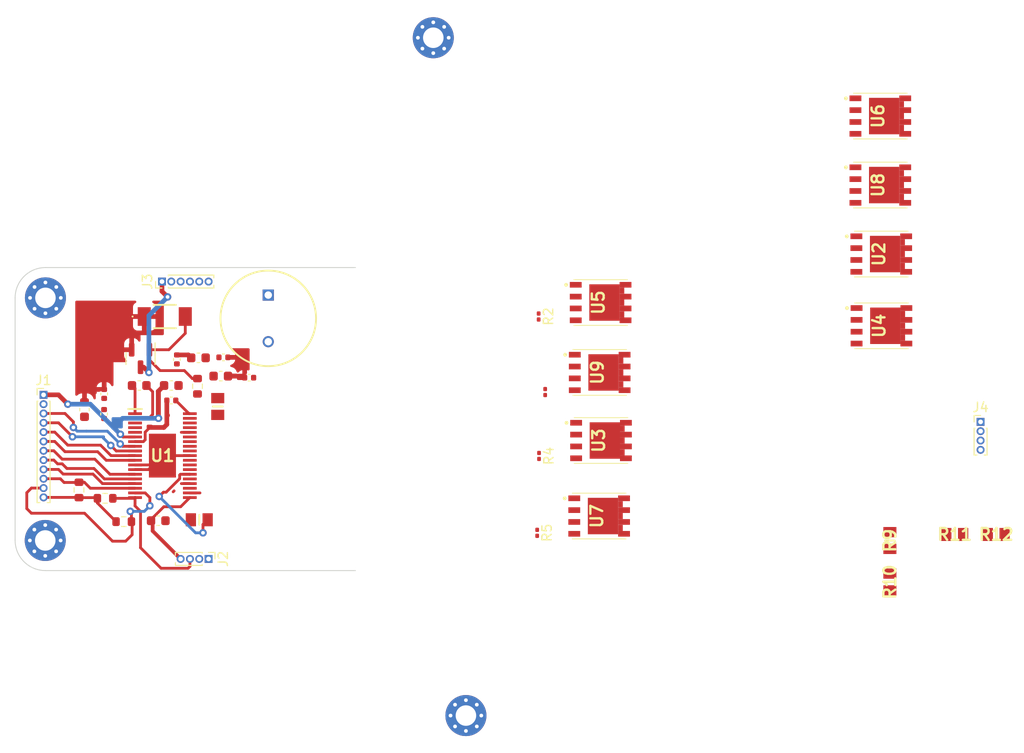
<source format=kicad_pcb>
(kicad_pcb (version 20211014) (generator pcbnew)
  (layers (0 "F.Cu" signal) (31 "B.Cu" signal) (34 "B.Paste" user) (35 "F.Paste" user) (36 "B.SilkS" user "B.Silkscreen") (37 "F.SilkS" user "F.Silkscreen") (38 "B.Mask" user) (39 "F.Mask" user) (44 "Edge.Cuts" user))
  (net 0 "")
  (net 1 "VM")
  (net 2 "+5V")
  (net 3 "BEMF")
  (net 4 "VCP")
  (net 5 "VINT")
  (net 6 "CPI")
  (net 7 "CP2")
  (net 8 "IOREF")
  (net 9 "STEP")
  (net 10 "DIR")
  (net 11 "SDATO")
  (net 12 "SDATI")
  (net 13 "SCLK")
  (net 14 "SCS")
  (net 15 "SLEEPn")
  (net 16 "RESET")
  (net 17 "FAULTn")
  (net 20 "STALLn")
  (net 21 "Net-(Q1-Pad1)")
  (net 22 "VIN")
  (net 23 "A1HS")
  (net 24 "AOUT1")
  (net 25 "A1LS")
  (net 26 "AISENP")
  (net 27 "B1HS")
  (net 28 "BOUT1")
  (net 29 "B1LS")
  (net 30 "BISENP")
  (net 31 "A2HS")
  (net 32 "AOUT2")
  (net 33 "A2LS")
  (net 34 "B2HS")
  (net 35 "BOUT2")
  (net 36 "B2LS")
  (net 37 "Net-(R2-Pad1)")
  (net 38 "Net-(R3-Pad1)")
  (net 39 "Net-(R4-Pad1)")
  (net 40 "Net-(R5-Pad1)")
  (net 41 "BISENN")
  (net 42 "GND")
  (net 43 "AISENN")
  (footprint "Resistor_SMD:R_0201_0603Metric" (layer "F.Cu") (at 183.1 93.6 -90)
    (fp_text reference "R3")
    (fp_text value "47.5")
  )
  (footprint "Moshte:FDMS86500L" (layer "F.Cu") (at 188.642 106.9 -90)
    (fp_text reference "U7")
    (fp_text value "FDMS86500DC" hide)
  )
  (footprint "Resistor_SMD:R_0201_0603Metric" (layer "F.Cu") (at 182.442 100.455 -90)
    (fp_text reference "R4")
    (fp_text value "47.5")
  )
  (footprint "MountingHole:MountingHole_2.2mm_M2_Pad_Via" (layer "F.Cu") (at 129.5 83.5)
    (fp_text reference "H1")
    (fp_text value "MH")
  )
  (footprint "Resistor_SMD:R_0201_0603Metric" (layer "F.Cu") (at 182.4 85.5 -90)
    (fp_text reference "R2")
    (fp_text value "47.5")
  )
  (footprint "Package_TO_SOT_SMD:SOT-23" (layer "F.Cu") (at 139.7 90 -90)
    (fp_text reference "Q1")
    (fp_text value "AO3401A")
  )
  (footprint "Capacitor_SMD:C_0402_1005Metric" (layer "F.Cu") (at 143.6 90.1 -90)
    (fp_text reference "C8")
    (fp_text value "47u")
  )
  (footprint "Resistor_SMD:R_0603_1608Metric" (layer "F.Cu") (at 145.81 92.98 -90)
    (fp_text reference "R1")
    (fp_text value "100k")
  )
  (footprint "Capacitor_SMD:C_0402_1005Metric" (layer "F.Cu") (at 135.8 93.8 90)
    (fp_text reference "C4")
    (fp_text value "1u")
  )
  (footprint "Moshte:FDMS86500L" (layer "F.Cu") (at 188.842 98.8 -90)
    (fp_text reference "U3")
    (fp_text value "FDMS86500DC" hide)
  )
  (footprint "Moshte:FDMS86500L" (layer "F.Cu") (at 188.7 91.5 -90)
    (fp_text reference "U9")
    (fp_text value "FDMS86500DC" hide)
  )
  (footprint "Moshte:FDMS86500L" (layer "F.Cu") (at 188.8 84 -90)
    (fp_text reference "U5")
    (fp_text value "FDMS86500DC" hide)
  )
  (footprint "Capacitor_SMD:C_0603_1608Metric" (layer "F.Cu") (at 143 92.9)
    (fp_text reference "C2")
    (fp_text value "0.1u")
  )
  (footprint "Capacitor_SMD:C_0603_1608Metric" (layer "F.Cu") (at 145.91 89.93)
    (fp_text reference "C13")
    (fp_text value "0u1")
  )
  (footprint "Resistor_SMD:R_0603_1608Metric" (layer "F.Cu") (at 137.9 107.5 180)
    (fp_text reference "R7")
    (fp_text value "10k")
  )
  (footprint "MountingHole:MountingHole_2.2mm_M2_Pad_Via" (layer "F.Cu") (at 174.6 128.3)
    (fp_text reference "H2")
    (fp_text value "MH")
  )
  (footprint "Capacitor_SMD:C_0402_1005Metric" (layer "F.Cu") (at 148.59 89.88 180)
    (fp_text reference "C10")
    (fp_text value "47u")
  )
  (footprint "Capacitor_SMD:C_0603_1608Metric" (layer "F.Cu") (at 141.6 107.4)
    (fp_text reference "C3")
    (fp_text value "1n")
  )
  (footprint "Capacitor_SMD:C_0603_1608Metric" (layer "F.Cu") (at 148.31 91.89 180)
    (fp_text reference "C11")
    (fp_text value "0u1")
  )
  (footprint "Connector_PinHeader_1.00mm:PinHeader_1x04_P1.00mm_Vertical" (layer "F.Cu") (at 229.8 96.8)
    (fp_text reference "J4")
    (fp_text value "Conn_01x04")
  )
  (footprint "Moshte:RESC2012X65N" (layer "F.Cu") (at 146 107.3)
    (fp_text reference "R10")
    (fp_text value "0.03" hide)
  )
  (footprint "Moshte:FDMS86500L" (layer "F.Cu") (at 218.8 71.4 -90)
    (fp_text reference "U8")
    (fp_text value "FDMS86500DC" hide)
  )
  (footprint "Moshte:RESC2012X65N" (layer "F.Cu") (at 220.072 109.525 90)
    (fp_text reference "R9")
    (fp_text value "0.03" hide)
  )
  (footprint "Capacitor_SMD:C_0402_1005Metric" (layer "F.Cu") (at 135.79 95.96 -90)
    (fp_text reference "C6")
    (fp_text value "100u")
  )
  (footprint "Moshte:PDZVTR16B" (layer "F.Cu") (at 142.3 85.5 90)
    (fp_text reference "Z1")
    (fp_text value "PDZVTR16B" hide)
  )
  (footprint "Moshte:RESC2012X65N" (layer "F.Cu") (at 147.98 95.15 -90)
    (fp_text reference "R9")
    (fp_text value "0.03" hide)
  )
  (footprint "Resistor_SMD:R_0603_1608Metric" (layer "F.Cu") (at 135.9 105 180)
    (fp_text reference "R8")
    (fp_text value "10k")
  )
  (footprint "Connector_PinHeader_1.00mm:PinHeader_1x12_P1.00mm_Vertical" (layer "F.Cu") (at 129.3 93.9)
    (fp_text reference "J1")
    (fp_text value "Conn_01x12")
  )
  (footprint "Capacitor_SMD:C_0402_1005Metric" (layer "F.Cu") (at 143 94.5)
    (fp_text reference "C9")
    (fp_text value "1u")
  )
  (footprint "MountingHole:MountingHole_2.2mm_M2_Pad_Via" (layer "F.Cu") (at 129.48 109.52)
    (fp_text reference "H4")
    (fp_text value "MH")
  )
  (footprint "Resistor_SMD:R_0201_0603Metric" (layer "F.Cu") (at 182.242 108.7 -90)
    (fp_text reference "R5")
    (fp_text value "47.5")
  )
  (footprint "MountingHole:MountingHole_2.2mm_M2_Pad_Via" (layer "F.Cu") (at 171.1 55.6)
    (fp_text reference "H3")
    (fp_text value "MH")
  )
  (footprint "Moshte:FDMS86500L" (layer "F.Cu") (at 218.8 64 -90)
    (fp_text reference "U6")
    (fp_text value "FDMS86500DC" hide)
  )
  (footprint "Resistor_SMD:R_0603_1608Metric" (layer "F.Cu") (at 133.1 104.1 -90)
    (fp_text reference "R6")
    (fp_text value "10k")
  )
  (footprint "Connector_PinHeader_1.00mm:PinHeader_1x06_P1.00mm_Vertical" (layer "F.Cu") (at 142 81.75 90)
    (fp_text reference "J3")
    (fp_text value "Conn_01x06")
  )
  (footprint "Capacitor_SMD:C_0402_1005Metric" (layer "F.Cu") (at 151.35 92.06)
    (fp_text reference "C5")
    (fp_text value "47u")
  )
  (footprint "Moshte:RESC2012X65N" (layer "F.Cu") (at 231.475 108.875)
    (fp_text reference "R12")
    (fp_text value "0" hide)
  )
  (footprint "Capacitor_SMD:C_0603_1608Metric" (layer "F.Cu") (at 139.56 92.9)
    (fp_text reference "C12")
    (fp_text value "0.1u")
  )
  (footprint "Moshte:RESC2012X65N" (layer "F.Cu") (at 227.025 108.875)
    (fp_text reference "R11")
    (fp_text value "0" hide)
  )
  (footprint "Connector_PinHeader_1.00mm:PinHeader_1x04_P1.00mm_Vertical" (layer "F.Cu") (at 147 111.5 -90)
    (fp_text reference "J2")
    (fp_text value "Conn_01x04")
  )
  (footprint "Capacitor_SMD:C_0603_1608Metric" (layer "F.Cu") (at 133.69 95.48 90)
    (fp_text reference "C7")
    (fp_text value "0.01u")
  )
  (footprint "Moshte:FDMS86500L" (layer "F.Cu") (at 218.9 78.8 -90)
    (fp_text reference "U2")
    (fp_text value "FDMS86500DC" hide)
  )
  (footprint "Moshte:RESC2012X65N" (layer "F.Cu") (at 220.072 113.975 90)
    (fp_text reference "R10")
    (fp_text value "0.03" hide)
  )
  (footprint "Moshte:CAPPRD500W60D1025H1400" (layer "F.Cu") (at 153.4 83.2 -90)
    (fp_text reference "C1")
    (fp_text value "100u" hide)
  )
  (footprint "Moshte:SOP50P640X120-39N" (layer "F.Cu") (at 142.05 100.42)
    (fp_text reference "U1")
    (fp_text value "DRV8711" hide)
  )
  (footprint "Moshte:FDMS86500L" (layer "F.Cu") (at 218.922 86.495 -90)
    (fp_text reference "U4")
    (fp_text value "FDMS86500DC" hide)
  )
  (gr_arc (start 126.25 83.5) (mid 127.201903 81.201903) (end 129.5 80.25) (layer "Edge.Cuts") (width 0.1))
  (gr_line (start 162.75 80.25) (end 129.5 80.25) (layer "Edge.Cuts") (width 0.1))
  (gr_line (start 129.5 112.75) (end 162.75 112.75) (layer "Edge.Cuts") (width 0.1))
  (gr_line (start 126.25 109.5) (end 126.25 83.5) (layer "Edge.Cuts") (width 0.1))
  (gr_arc (start 129.5 112.75) (mid 127.201903 111.798097) (end 126.25 109.5) (layer "Edge.Cuts") (width 0.1))
  (segment (start 143.6 89.62) (end 144.825 89.62) (width 0.5) (layer "F.Cu") (net 1))
  (segment (start 150.7 91.89) (end 150.87 92.06) (width 0.5) (layer "F.Cu") (net 1))
  (segment (start 149.085 91.89) (end 150.7 91.89) (width 0.5) (layer "F.Cu") (net 1))
  (segment (start 144.825 89.62) (end 145.135 89.93) (width 0.5) (layer "F.Cu") (net 1))
  (segment (start 142.225 92.9) (end 141.89048 93.23452) (width 0.3) (layer "F.Cu") (net 2))
  (segment (start 139.112 98.42) (end 137.828262 98.42) (width 0.3) (layer "F.Cu") (net 2))
  (segment (start 141.623622 93.548622) (end 141.6 93.525) (width 0.5) (layer "F.Cu") (net 2))
  (segment (start 137.828262 98.42) (end 137.539691 98.131429) (width 0.3) (layer "F.Cu") (net 2))
  (segment (start 141.6 96.24785) (end 141.6 93.525) (width 0.5) (layer "F.Cu") (net 2))
  (segment (start 141.6 93.525) (end 142.225 92.9) (width 0.5) (layer "F.Cu") (net 2))
  (segment (start 130.9 93.9) (end 131.9 94.9) (width 0.5) (layer "F.Cu") (net 2))
  (segment (start 141.623622 96.415748) (end 141.623622 93.548622) (width 0.5) (layer "F.Cu") (net 2))
  (segment (start 129.3 93.9) (end 130.9 93.9) (width 0.5) (layer "F.Cu") (net 2))
  (via (at 131.9 94.9) (size 0.8) (drill 0.4) (layers "F.Cu" "B.Cu") (net 2))
  (via (at 141.623622 96.415748) (size 0.8) (drill 0.4) (layers "F.Cu" "B.Cu") (net 2))
  (via (at 137.539691 98.131429) (size 0.8) (drill 0.4) (layers "F.Cu" "B.Cu") (net 2))
  (segment (start 136.804131 97.395869) (end 137.539691 98.131429) (width 0.5) (layer "B.Cu") (net 2))
  (segment (start 131.9 94.9) (end 134.308262 94.9) (width 0.5) (layer "B.Cu") (net 2))
  (segment (start 136.804131 97.395869) (end 137.030011 97.169989) (width 0.5) (layer "B.Cu") (net 2))
  (segment (start 137.030011 97.169989) (end 137.784252 96.415748) (width 0.5) (layer "B.Cu") (net 2))
  (segment (start 137.784252 96.415748) (end 141.623622 96.415748) (width 0.5) (layer "B.Cu") (net 2))
  (segment (start 134.308262 94.9) (end 136.804131 97.395869) (width 0.5) (layer "B.Cu") (net 2))
  (segment (start 141 108.5) (end 141 107.575) (width 0.4) (layer "F.Cu") (net 3))
  (segment (start 140.825 107.4) (end 140.825 107.275) (width 0.3) (layer "F.Cu") (net 3))
  (segment (start 144.008 105.9) (end 144.988 104.92) (width 0.3) (layer "F.Cu") (net 3))
  (segment (start 142.2 105.9) (end 144.008 105.9) (width 0.3) (layer "F.Cu") (net 3))
  (segment (start 144 111.5) (end 141 108.5) (width 0.4) (layer "F.Cu") (net 3))
  (segment (start 141 107.575) (end 140.825 107.4) (width 0.4) (layer "F.Cu") (net 3))
  (segment (start 140.825 107.275) (end 142.2 105.9) (width 0.3) (layer "F.Cu") (net 3))
  (segment (start 142.52 94.5) (end 142.52 96.02) (width 0.5) (layer "F.Cu") (net 5))
  (segment (start 142.2 97.4) (end 140.7 97.4) (width 0.5) (layer "F.Cu") (net 5))
  (segment (start 142.52 96.02) (end 142.52 97.08) (width 0.5) (layer "F.Cu") (net 5))
  (segment (start 139.112489 98.919511) (end 140 98.919511) (width 0.3) (layer "F.Cu") (net 5))
  (segment (start 140.2 98.719511) (end 140.2 97.9) (width 0.3) (layer "F.Cu") (net 5))
  (segment (start 142.52 97.08) (end 142.2 97.4) (width 0.5) (layer "F.Cu") (net 5))
  (segment (start 139.112 98.92) (end 139.112489 98.919511) (width 0.3) (layer "F.Cu") (net 5))
  (segment (start 140.2 97.9) (end 140.7 97.4) (width 0.3) (layer "F.Cu") (net 5))
  (segment (start 142.52 96.02) (end 142.6 96.1) (width 0.5) (layer "F.Cu") (net 5))
  (segment (start 140 98.919511) (end 140.2 98.719511) (width 0.3) (layer "F.Cu") (net 5))
  (segment (start 138.785 92.9) (end 139.112 93.227) (width 0.3) (layer "F.Cu") (net 6))
  (segment (start 139.112 93.227) (end 139.112 95.92) (width 0.3) (layer "F.Cu") (net 6))
  (segment (start 140.579511 96.420489) (end 139.1 96.420489) (width 0.3) (layer "F.Cu") (net 7))
  (segment (start 140.335 92.9) (end 141 93.565) (width 0.3) (layer "F.Cu") (net 7))
  (segment (start 139.100489 96.42) (end 139.112 96.42) (width 0.3) (layer "F.Cu") (net 7))
  (segment (start 139.1 96.420489) (end 139.100489 96.42) (width 0.3) (layer "F.Cu") (net 7))
  (segment (start 141 96) (end 140.579511 96.420489) (width 0.3) (layer "F.Cu") (net 7))
  (segment (start 141 93.565) (end 141 96) (width 0.3) (layer "F.Cu") (net 7))
  (segment (start 135 104.925) (end 135.075 105) (width 0.3) (layer "F.Cu") (net 8))
  (segment (start 133.075 104.9) (end 133.1 104.925) (width 0.3) (layer "F.Cu") (net 8))
  (segment (start 135.075 105) (end 135.075 105.5) (width 0.3) (layer "F.Cu") (net 8))
  (segment (start 135.075 105.5) (end 137.075 107.5) (width 0.3) (layer "F.Cu") (net 8))
  (segment (start 129.3 104.9) (end 133.075 104.9) (width 0.3) (layer "F.Cu") (net 8))
  (segment (start 133.1 104.925) (end 135 104.925) (width 0.3) (layer "F.Cu") (net 8))
  (segment (start 135.417715 99.3) (end 136.537715 100.42) (width 0.3) (layer "F.Cu") (net 9))
  (segment (start 129.3 97.9) (end 130.5 97.9) (width 0.3) (layer "F.Cu") (net 9))
  (segment (start 131.9 99.3) (end 135.417715 99.3) (width 0.3) (layer "F.Cu") (net 9))
  (segment (start 130.5 97.9) (end 131.9 99.3) (width 0.3) (layer "F.Cu") (net 9))
  (segment (start 136.537715 100.42) (end 139.112 100.42) (width 0.3) (layer "F.Cu") (net 9))
  (segment (start 130.5 98.9) (end 131.6 100) (width 0.3) (layer "F.Cu") (net 10))
  (segment (start 131.6 100) (end 135.1 100) (width 0.3) (layer "F.Cu") (net 10))
  (segment (start 135.1 100) (end 136.02 100.92) (width 0.3) (layer "F.Cu") (net 10))
  (segment (start 129.3 98.9) (end 130.5 98.9) (width 0.3) (layer "F.Cu") (net 10))
  (segment (start 136.02 100.92) (end 139.112 100.92) (width 0.3) (layer "F.Cu") (net 10))
  (segment (start 134.32 103.92) (end 139.112 103.92) (width 0.3) (layer "F.Cu") (net 11))
  (segment (start 129.3 102.9) (end 131.1 102.9) (width 0.3) (layer "F.Cu") (net 11))
  (segment (start 133.675 103.275) (end 134.32 103.92) (width 0.3) (layer "F.Cu") (net 11))
  (segment (start 131.1 102.9) (end 131.5 103.3) (width 0.3) (layer "F.Cu") (net 11))
  (segment (start 133.075 103.3) (end 133.1 103.275) (width 0.3) (layer "F.Cu") (net 11))
  (segment (start 133.1 103.275) (end 133.675 103.275) (width 0.3) (layer "F.Cu") (net 11))
  (segment (start 131.5 103.3) (end 133.075 103.3) (width 0.3) (layer "F.Cu") (net 11))
  (segment (start 135.826427 102.92) (end 139.112 102.92) (width 0.3) (layer "F.Cu") (net 12))
  (segment (start 129.3 100.9) (end 130.4 100.9) (width 0.3) (layer "F.Cu") (net 12))
  (segment (start 131.3 101.3) (end 131.8 101.8) (width 0.3) (layer "F.Cu") (net 12))
  (segment (start 134.706427 101.8) (end 135.826427 102.92) (width 0.3) (layer "F.Cu") (net 12))
  (segment (start 130.4 100.9) (end 130.8 101.3) (width 0.3) (layer "F.Cu") (net 12))
  (segment (start 131.8 101.8) (end 134.706427 101.8) (width 0.3) (layer "F.Cu") (net 12))
  (segment (start 130.8 101.3) (end 131.3 101.3) (width 0.3) (layer "F.Cu") (net 12))
  (segment (start 134.8 100.8) (end 136.42 102.42) (width 0.3) (layer "F.Cu") (net 13))
  (segment (start 136.42 102.42) (end 139.112 102.42) (width 0.3) (layer "F.Cu") (net 13))
  (segment (start 129.3 99.9) (end 130.4 99.9) (width 0.3) (layer "F.Cu") (net 13))
  (segment (start 131.3 100.8) (end 134.8 100.8) (width 0.3) (layer "F.Cu") (net 13))
  (segment (start 130.4 99.9) (end 131.3 100.8) (width 0.3) (layer "F.Cu") (net 13))
  (segment (start 130.9 101.9) (end 131.4 102.4) (width 0.3) (layer "F.Cu") (net 14))
  (segment (start 135.62 103.42) (end 139.112 103.42) (width 0.3) (layer "F.Cu") (net 14))
  (segment (start 131.4 102.4) (end 134.6 102.4) (width 0.3) (layer "F.Cu") (net 14))
  (segment (start 129.3 101.9) (end 130.9 101.9) (width 0.3) (layer "F.Cu") (net 14))
  (segment (start 134.6 102.4) (end 135.62 103.42) (width 0.3) (layer "F.Cu") (net 14))
  (segment (start 137.519297 99.170989) (end 137.768308 99.42) (width 0.3) (layer "F.Cu") (net 15))
  (segment (start 131.6 95.9) (end 132.5 96.8) (width 0.3) (layer "F.Cu") (net 15))
  (segment (start 132.5 96.8) (end 132.5 97.4) (width 0.3) (layer "F.Cu") (net 15))
  (segment (start 137.768308 99.42) (end 139.112 99.42) (width 0.3) (layer "F.Cu") (net 15))
  (segment (start 129.3 95.9) (end 131.6 95.9) (width 0.3) (layer "F.Cu") (net 15))
  (via (at 137.519297 99.170989) (size 0.8) (drill 0.4) (layers "F.Cu" "B.Cu") (net 15))
  (via (at 132.5 97.4) (size 0.8) (drill 0.4) (layers "F.Cu" "B.Cu") (net 15))
  (segment (start 136.148308 97.8) (end 137.519297 99.170989) (width 0.3) (layer "B.Cu") (net 15))
  (segment (start 132.9 97.8) (end 133.9 97.8) (width 0.3) (layer "B.Cu") (net 15))
  (segment (start 132.5 97.4) (end 132.9 97.8) (width 0.3) (layer "B.Cu") (net 15))
  (segment (start 133.9 97.8) (end 136.148308 97.8) (width 0.3) (layer "B.Cu") (net 15))
  (segment (start 137.099128 99.920489) (end 139.7 99.920489) (width 0.3) (layer "F.Cu") (net 16))
  (segment (start 139.7 99.920489) (end 139.699511 99.92) (width 0.3) (layer "F.Cu") (net 16))
  (segment (start 139.699511 99.92) (end 139.112 99.92) (width 0.3) (layer "F.Cu") (net 16))
  (segment (start 130.9 96.9) (end 132.4 98.4) (width 0.3) (layer "F.Cu") (net 16))
  (segment (start 136.507029 99.32839) (end 137.099128 99.920489) (width 0.3) (layer "F.Cu") (net 16))
  (segment (start 129.3 96.9) (end 130.9 96.9) (width 0.3) (layer "F.Cu") (net 16))
  (via (at 132.4 98.4) (size 0.8) (drill 0.4) (layers "F.Cu" "B.Cu") (net 16))
  (via (at 136.507029 99.32839) (size 0.8) (drill 0.4) (layers "F.Cu" "B.Cu") (net 16))
  (segment (start 135.7295 98.550861) (end 136.507029 99.32839) (width 0.3) (layer "B.Cu") (net 16))
  (segment (start 135.7295 98.4) (end 135.7295 98.550861) (width 0.3) (layer "B.Cu") (net 16))
  (segment (start 132.4 98.4) (end 135.7295 98.4) (width 0.3) (layer "B.Cu") (net 16))
  (segment (start 133.7 106.6) (end 136.7 109.6) (width 0.3) (layer "F.Cu") (net 17))
  (segment (start 138.1 109.6) (end 138.8 108.9) (width 0.3) (layer "F.Cu") (net 17))
  (segment (start 138.8 108.9) (end 138.8 107.575) (width 0.3) (layer "F.Cu") (net 17))
  (segment (start 127.5 106.1) (end 128 106.6) (width 0.3) (layer "F.Cu") (net 17))
  (segment (start 138.725 106.525) (end 138.6 106.4) (width 0.3) (layer "F.Cu") (net 17))
  (segment (start 140.7 104.921478) (end 140.199011 104.420489) (width 0.3) (layer "F.Cu") (net 17))
  (segment (start 136.7 109.6) (end 138.1 109.6) (width 0.3) (layer "F.Cu") (net 17))
  (segment (start 138.725 107.5) (end 138.725 106.525) (width 0.3) (layer "F.Cu") (net 17))
  (segment (start 140.199011 104.420489) (end 139.112489 104.420489) (width 0.3) (layer "F.Cu") (net 17))
  (segment (start 138.8 107.575) (end 138.725 107.5) (width 0.3) (layer "F.Cu") (net 17))
  (segment (start 127.5 104.4) (end 127.5 106.1) (width 0.3) (layer "F.Cu") (net 17))
  (segment (start 128 106.6) (end 133.7 106.6) (width 0.3) (layer "F.Cu") (net 17))
  (segment (start 139.112489 104.420489) (end 139.112 104.42) (width 0.3) (layer "F.Cu") (net 17))
  (segment (start 128 103.9) (end 127.5 104.4) (width 0.3) (layer "F.Cu") (net 17))
  (segment (start 129.3 103.9) (end 128 103.9) (width 0.3) (layer "F.Cu") (net 17))
  (segment (start 140.7 105.8) (end 140.7 104.921478) (width 0.3) (layer "F.Cu") (net 17))
  (via (at 140.7 105.8) (size 0.8) (drill 0.4) (layers "F.Cu" "B.Cu") (net 17))
  (via (at 138.6 106.4) (size 0.8) (drill 0.4) (layers "F.Cu" "B.Cu") (net 17))
  (segment (start 138.6 106.4) (end 140.1 106.4) (width 0.3) (layer "B.Cu") (net 17))
  (segment (start 140.1 106.4) (end 140.7 105.8) (width 0.3) (layer "B.Cu") (net 17))
  (segment (start 139.032 105) (end 139.112 104.92) (width 0.3) (layer "F.Cu") (net 20))
  (segment (start 141.9 112.5) (end 144.8 112.5) (width 0.3) (layer "F.Cu") (net 20))
  (segment (start 145 112.3) (end 145 111.5) (width 0.3) (layer "F.Cu") (net 20))
  (segment (start 139.112 105.812) (end 139.7 106.4) (width 0.3) (layer "F.Cu") (net 20))
  (segment (start 144.8 112.5) (end 145 112.3) (width 0.3) (layer "F.Cu") (net 20))
  (segment (start 139.7 110.3) (end 141.9 112.5) (width 0.3) (layer "F.Cu") (net 20))
  (segment (start 139.7 106.4) (end 139.7 110.3) (width 0.3) (layer "F.Cu") (net 20))
  (segment (start 136.725 105) (end 139.032 105) (width 0.3) (layer "F.Cu") (net 20))
  (segment (start 139.112 104.92) (end 139.112 105.812) (width 0.3) (layer "F.Cu") (net 20))
  (segment (start 144.4 91.3) (end 141.8 91.3) (width 0.3) (layer "F.Cu") (net 21))
  (segment (start 145.255 92.155) (end 144.4 91.3) (width 0.3) (layer "F.Cu") (net 21))
  (segment (start 140.65 90.15) (end 140.65 89.0625) (width 0.3) (layer "F.Cu") (net 21))
  (segment (start 144.5 87.3) (end 142.7375 89.0625) (width 0.3) (layer "F.Cu") (net 21))
  (segment (start 145.81 92.155) (end 145.255 92.155) (width 0.3) (layer "F.Cu") (net 21))
  (segment (start 141.8 91.3) (end 140.65 90.15) (width 0.3) (layer "F.Cu") (net 21))
  (segment (start 142.7375 89.0625) (end 140.65 89.0625) (width 0.3) (layer "F.Cu") (net 21))
  (segment (start 144.5 85.5) (end 144.5 87.3) (width 0.3) (layer "F.Cu") (net 21))
  (segment (start 139.7 90.9375) (end 140.0375 90.9375) (width 0.5) (layer "F.Cu") (net 22))
  (segment (start 142 82.8) (end 142 81.75) (width 0.5) (layer "F.Cu") (net 22))
  (segment (start 140.0375 90.9375) (end 140.6 91.5) (width 0.5) (layer "F.Cu") (net 22))
  (segment (start 142.6 83.4) (end 142 82.8) (width 0.5) (layer "F.Cu") (net 22))
  (via (at 140.6 91.5) (size 0.8) (drill 0.4) (layers "F.Cu" "B.Cu") (net 22))
  (via (at 142.6 83.4) (size 0.8) (drill 0.4) (layers "F.Cu" "B.Cu") (net 22))
  (segment (start 140.6 85.4) (end 142.6 83.4) (width 0.5) (layer "B.Cu") (net 22))
  (segment (start 140.6 91.5) (end 140.6 85.4) (width 0.5) (layer "B.Cu") (net 22))
  (segment (start 144.988 97.92) (end 144.07045 97.92) (width 0.3) (layer "F.Cu") (net 26))
  (segment (start 148.132265 95.897735) (end 147.98 96.05) (width 0.3) (layer "F.Cu") (net 26))
  (segment (start 143.846786 102.946787) (end 142.450489 104.343084) (width 0.3) (layer "F.Cu") (net 30))
  (segment (start 143.9 102.893573) (end 143.846786 102.946787) (width 0.3) (layer "F.Cu") (net 30))
  (segment (start 142.156916 104.343084) (end 141.7 104.8) (width 0.3) (layer "F.Cu") (net 30))
  (segment (start 143.9 102.5) (end 143.9 102.893573) (width 0.3) (layer "F.Cu") (net 30))
  (segment (start 143.979511 102.420489) (end 143.9 102.5) (width 0.3) (layer "F.Cu") (net 30))
  (segment (start 144.2 102.420489) (end 143.979511 102.420489) (width 0.3) (layer "F.Cu") (net 30))
  (segment (start 146.4 107.8) (end 146.9 107.3) (width 0.3) (layer "F.Cu") (net 30))
  (segment (start 142.450489 104.343084) (end 142.156916 104.343084) (width 0.3) (layer "F.Cu") (net 30))
  (segment (start 144.987511 102.420489) (end 144.2 102.420489) (width 0.3) (layer "F.Cu") (net 30))
  (segment (start 144.988 102.42) (end 144.987511 102.420489) (width 0.3) (layer "F.Cu") (net 30))
  (segment (start 146.4 108.7) (end 146.4 107.8) (width 0.3) (layer "F.Cu") (net 30))
  (via (at 141.7 104.8) (size 0.8) (drill 0.4) (layers "F.Cu" "B.Cu") (net 30))
  (via (at 146.4 108.7) (size 0.8) (drill 0.4) (layers "F.Cu" "B.Cu") (net 30))
  (segment (start 141.7 104.8) (end 145.6 108.7) (width 0.3) (layer "B.Cu") (net 30))
  (segment (start 145.6 108.7) (end 146.4 108.7) (width 0.3) (layer "B.Cu") (net 30))
  (segment (start 144.988 104.42) (end 146.074522 104.42) (width 0.3) (layer "F.Cu") (net 35))
  (segment (start 144.988 103.42) (end 144.08 103.42) (width 0.3) (layer "F.Cu") (net 40))
  (segment (start 143.3 104.2) (end 143.2 104.3) (width 0.3) (layer "F.Cu") (net 40))
  (segment (start 141.05 101.42) (end 142.05 100.42) (width 0.3) (layer "F.Cu") (net 42))
  (segment (start 144.988 95.92) (end 144.9 95.92) (width 0.3) (layer "F.Cu") (net 42))
  (segment (start 144.988 100.42) (end 142.05 100.42) (width 0.3) (layer "F.Cu") (net 42))
  (segment (start 139.112 101.42) (end 141.05 101.42) (width 0.3) (layer "F.Cu") (net 42))
  (segment (start 139.112 101.92) (end 140.55 101.92) (width 0.3) (layer "F.Cu") (net 42))
  (segment (start 144.9 95.92) (end 143.48 94.5) (width 0.3) (layer "F.Cu") (net 42))
  (segment (start 140.55 101.92) (end 142.05 100.42) (width 0.3) (layer "F.Cu") (net 42))
  (zone (net 1) (net_name "VM") (layer "F.Cu") (connect_pads (clearance 0.508)) (min_thickness 0.254) (fill yes (thermal_gap 0.508) (thermal_bridge_width 0.508))
    (polygon (pts (xy 142.2 87.5) (xy 139.7 87.5) (xy 139.7 89.5) (xy 138.9 90.4) (xy 136.8 90.4) (xy 136.8 93.8) (xy 134.9 93.8) (xy 134.9 95.3) (xy 132.7 95.3) (xy 132.7 83.8) (xy 142.2 83.8)))
  )
  (zone (net 1) (net_name "VM") (layer "F.Cu") (connect_pads (clearance 0.508)) (min_thickness 0.254) (fill yes (thermal_gap 0.508) (thermal_bridge_width 0.508))
    (polygon (pts (xy 151.4 93) (xy 148.6 93) (xy 148.59 89.88) (xy 148.6 88.9) (xy 151.4 88.9)))
  )
  (zone (net 5) (net_name "VINT") (layer "F.Cu") (connect_pads (clearance 0.508)) (min_thickness 0.254) (fill yes (thermal_gap 0.508) (thermal_bridge_width 0.508))
    (polygon (pts (xy 141 98) (xy 140.1 98) (xy 140.1 97.1) (xy 141 97.1)))
  )
  (zone (net 2) (net_name "+5V") (layer "B.Cu") (connect_pads (clearance 0.508)) (min_thickness 0.254) (fill yes (thermal_gap 0.508) (thermal_bridge_width 0.508))
    (polygon (pts (xy 137.8 97.5) (xy 136.6 97.5) (xy 136.6 96.3) (xy 137.8 96.3)))
  )
)
</source>
